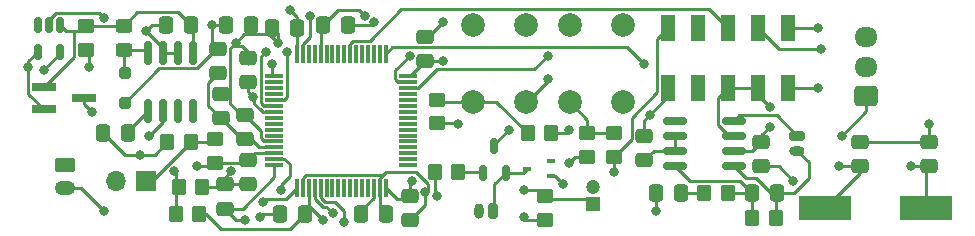
<source format=gtl>
%TF.GenerationSoftware,KiCad,Pcbnew,7.0.7*%
%TF.CreationDate,2024-07-03T20:03:01-05:00*%
%TF.ProjectId,LightsaberDesign,4c696768-7473-4616-9265-724465736967,rev?*%
%TF.SameCoordinates,Original*%
%TF.FileFunction,Copper,L1,Top*%
%TF.FilePolarity,Positive*%
%FSLAX46Y46*%
G04 Gerber Fmt 4.6, Leading zero omitted, Abs format (unit mm)*
G04 Created by KiCad (PCBNEW 7.0.7) date 2024-07-03 20:03:01*
%MOMM*%
%LPD*%
G01*
G04 APERTURE LIST*
G04 Aperture macros list*
%AMRoundRect*
0 Rectangle with rounded corners*
0 $1 Rounding radius*
0 $2 $3 $4 $5 $6 $7 $8 $9 X,Y pos of 4 corners*
0 Add a 4 corners polygon primitive as box body*
4,1,4,$2,$3,$4,$5,$6,$7,$8,$9,$2,$3,0*
0 Add four circle primitives for the rounded corners*
1,1,$1+$1,$2,$3*
1,1,$1+$1,$4,$5*
1,1,$1+$1,$6,$7*
1,1,$1+$1,$8,$9*
0 Add four rect primitives between the rounded corners*
20,1,$1+$1,$2,$3,$4,$5,0*
20,1,$1+$1,$4,$5,$6,$7,0*
20,1,$1+$1,$6,$7,$8,$9,0*
20,1,$1+$1,$8,$9,$2,$3,0*%
G04 Aperture macros list end*
%TA.AperFunction,SMDPad,CuDef*%
%ADD10RoundRect,0.250000X0.475000X-0.337500X0.475000X0.337500X-0.475000X0.337500X-0.475000X-0.337500X0*%
%TD*%
%TA.AperFunction,SMDPad,CuDef*%
%ADD11RoundRect,0.250000X0.337500X0.475000X-0.337500X0.475000X-0.337500X-0.475000X0.337500X-0.475000X0*%
%TD*%
%TA.AperFunction,ComponentPad*%
%ADD12C,2.000000*%
%TD*%
%TA.AperFunction,ComponentPad*%
%ADD13RoundRect,0.200000X-0.450000X0.200000X-0.450000X-0.200000X0.450000X-0.200000X0.450000X0.200000X0*%
%TD*%
%TA.AperFunction,ComponentPad*%
%ADD14O,1.300000X0.800000*%
%TD*%
%TA.AperFunction,SMDPad,CuDef*%
%ADD15RoundRect,0.250000X-0.450000X0.350000X-0.450000X-0.350000X0.450000X-0.350000X0.450000X0.350000X0*%
%TD*%
%TA.AperFunction,SMDPad,CuDef*%
%ADD16RoundRect,0.250000X-0.350000X-0.450000X0.350000X-0.450000X0.350000X0.450000X-0.350000X0.450000X0*%
%TD*%
%TA.AperFunction,SMDPad,CuDef*%
%ADD17RoundRect,0.250000X-0.475000X0.337500X-0.475000X-0.337500X0.475000X-0.337500X0.475000X0.337500X0*%
%TD*%
%TA.AperFunction,SMDPad,CuDef*%
%ADD18RoundRect,0.250000X0.250000X-0.250000X0.250000X0.250000X-0.250000X0.250000X-0.250000X-0.250000X0*%
%TD*%
%TA.AperFunction,SMDPad,CuDef*%
%ADD19RoundRect,0.150000X0.150000X-0.825000X0.150000X0.825000X-0.150000X0.825000X-0.150000X-0.825000X0*%
%TD*%
%TA.AperFunction,SMDPad,CuDef*%
%ADD20RoundRect,0.250000X-0.337500X-0.475000X0.337500X-0.475000X0.337500X0.475000X-0.337500X0.475000X0*%
%TD*%
%TA.AperFunction,SMDPad,CuDef*%
%ADD21RoundRect,0.075000X-0.700000X-0.075000X0.700000X-0.075000X0.700000X0.075000X-0.700000X0.075000X0*%
%TD*%
%TA.AperFunction,SMDPad,CuDef*%
%ADD22RoundRect,0.075000X-0.075000X-0.700000X0.075000X-0.700000X0.075000X0.700000X-0.075000X0.700000X0*%
%TD*%
%TA.AperFunction,SMDPad,CuDef*%
%ADD23RoundRect,0.150000X0.150000X-0.512500X0.150000X0.512500X-0.150000X0.512500X-0.150000X-0.512500X0*%
%TD*%
%TA.AperFunction,ComponentPad*%
%ADD24R,1.200000X1.200000*%
%TD*%
%TA.AperFunction,ComponentPad*%
%ADD25C,1.200000*%
%TD*%
%TA.AperFunction,ComponentPad*%
%ADD26RoundRect,0.200000X0.200000X0.450000X-0.200000X0.450000X-0.200000X-0.450000X0.200000X-0.450000X0*%
%TD*%
%TA.AperFunction,ComponentPad*%
%ADD27O,0.800000X1.300000*%
%TD*%
%TA.AperFunction,SMDPad,CuDef*%
%ADD28RoundRect,0.250000X0.350000X0.450000X-0.350000X0.450000X-0.350000X-0.450000X0.350000X-0.450000X0*%
%TD*%
%TA.AperFunction,SMDPad,CuDef*%
%ADD29RoundRect,0.150000X-0.150000X0.512500X-0.150000X-0.512500X0.150000X-0.512500X0.150000X0.512500X0*%
%TD*%
%TA.AperFunction,SMDPad,CuDef*%
%ADD30R,2.000000X0.650000*%
%TD*%
%TA.AperFunction,ComponentPad*%
%ADD31RoundRect,0.250000X0.725000X-0.600000X0.725000X0.600000X-0.725000X0.600000X-0.725000X-0.600000X0*%
%TD*%
%TA.AperFunction,ComponentPad*%
%ADD32O,1.950000X1.700000*%
%TD*%
%TA.AperFunction,SMDPad,CuDef*%
%ADD33RoundRect,0.250000X-0.450000X0.325000X-0.450000X-0.325000X0.450000X-0.325000X0.450000X0.325000X0*%
%TD*%
%TA.AperFunction,ComponentPad*%
%ADD34R,1.700000X1.700000*%
%TD*%
%TA.AperFunction,ComponentPad*%
%ADD35O,1.700000X1.700000*%
%TD*%
%TA.AperFunction,SMDPad,CuDef*%
%ADD36R,1.270000X2.290000*%
%TD*%
%TA.AperFunction,SMDPad,CuDef*%
%ADD37R,4.500000X2.000000*%
%TD*%
%TA.AperFunction,SMDPad,CuDef*%
%ADD38RoundRect,0.250000X0.450000X-0.350000X0.450000X0.350000X-0.450000X0.350000X-0.450000X-0.350000X0*%
%TD*%
%TA.AperFunction,SMDPad,CuDef*%
%ADD39R,0.700000X0.450000*%
%TD*%
%TA.AperFunction,SMDPad,CuDef*%
%ADD40RoundRect,0.150000X-0.825000X-0.150000X0.825000X-0.150000X0.825000X0.150000X-0.825000X0.150000X0*%
%TD*%
%TA.AperFunction,ComponentPad*%
%ADD41RoundRect,0.250000X-0.625000X0.350000X-0.625000X-0.350000X0.625000X-0.350000X0.625000X0.350000X0*%
%TD*%
%TA.AperFunction,ComponentPad*%
%ADD42O,1.750000X1.200000*%
%TD*%
%TA.AperFunction,ViaPad*%
%ADD43C,0.800000*%
%TD*%
%TA.AperFunction,Conductor*%
%ADD44C,0.250000*%
%TD*%
G04 APERTURE END LIST*
D10*
%TO.P,C7,1*%
%TO.N,Net-(U4-Bypass)*%
X193360000Y-70114500D03*
%TO.P,C7,2*%
%TO.N,GND*%
X193360000Y-68039500D03*
%TD*%
D11*
%TO.P,C14,1*%
%TO.N,+3V8*%
X164613500Y-74676000D03*
%TO.P,C14,2*%
%TO.N,GND*%
X162538500Y-74676000D03*
%TD*%
D12*
%TO.P,SW4,1,1*%
%TO.N,GND*%
X191546000Y-58715000D03*
X191546000Y-65215000D03*
%TO.P,SW4,2,2*%
%TO.N,Net-(R12-Pad2)*%
X187046000Y-58715000D03*
X187046000Y-65215000D03*
%TD*%
D10*
%TO.P,FB1,1*%
%TO.N,VDDA*%
X157226000Y-62759500D03*
%TO.P,FB1,2*%
%TO.N,+3V8*%
X157226000Y-60684500D03*
%TD*%
D13*
%TO.P,LS1,1,1*%
%TO.N,Net-(U4-Vo-)*%
X206314000Y-68081000D03*
D14*
%TO.P,LS1,2,2*%
%TO.N,Net-(U4-Vo+)*%
X206314000Y-69331000D03*
%TD*%
D15*
%TO.P,R14,1*%
%TO.N,Net-(R12-Pad2)*%
X190820000Y-67818000D03*
%TO.P,R14,2*%
%TO.N,/NRST*%
X190820000Y-69818000D03*
%TD*%
D16*
%TO.P,R3,1*%
%TO.N,/Motor*%
X175612000Y-71109000D03*
%TO.P,R3,2*%
%TO.N,Net-(Q3-G)*%
X177612000Y-71109000D03*
%TD*%
D10*
%TO.P,C20,1*%
%TO.N,VDDA*%
X159512000Y-68347500D03*
%TO.P,C20,2*%
%TO.N,GND*%
X159512000Y-66272500D03*
%TD*%
D16*
%TO.P,R10,1*%
%TO.N,Net-(C5-Pad2)*%
X198456000Y-72887000D03*
%TO.P,R10,2*%
%TO.N,Net-(U4-In-)*%
X200456000Y-72887000D03*
%TD*%
D17*
%TO.P,C4,1*%
%TO.N,/Switch*%
X159832000Y-70071500D03*
%TO.P,C4,2*%
%TO.N,GND*%
X159832000Y-72146500D03*
%TD*%
D18*
%TO.P,D4,1,K*%
%TO.N,+3V8*%
X149352000Y-65258000D03*
%TO.P,D4,2,A*%
%TO.N,Net-(D4-A)*%
X149352000Y-62758000D03*
%TD*%
D17*
%TO.P,C13,1*%
%TO.N,+3V8*%
X173482000Y-73152000D03*
%TO.P,C13,2*%
%TO.N,GND*%
X173482000Y-75227000D03*
%TD*%
D10*
%TO.P,C17,1*%
%TO.N,Net-(U2-PH1)*%
X217424000Y-70655000D03*
%TO.P,C17,2*%
%TO.N,GND*%
X217424000Y-68580000D03*
%TD*%
D19*
%TO.P,U1,1,VC*%
%TO.N,Net-(U1-VC)*%
X151323000Y-65964000D03*
%TO.P,U1,2,FB*%
%TO.N,Net-(U1-FB)*%
X152593000Y-65964000D03*
%TO.P,U1,3,NFB*%
%TO.N,unconnected-(U1-NFB-Pad3)*%
X153863000Y-65964000D03*
%TO.P,U1,4,S/S*%
%TO.N,unconnected-(U1-S{slash}S-Pad4)*%
X155133000Y-65964000D03*
%TO.P,U1,5,Vin*%
%TO.N,+3V0*%
X155133000Y-61014000D03*
%TO.P,U1,6,GNDS*%
%TO.N,GND*%
X153863000Y-61014000D03*
%TO.P,U1,7,GND*%
X152593000Y-61014000D03*
%TO.P,U1,8,VSW*%
%TO.N,Net-(D4-A)*%
X151323000Y-61014000D03*
%TD*%
D20*
%TO.P,C11,1*%
%TO.N,Net-(U2-VCAP_1)*%
X169396500Y-74676000D03*
%TO.P,C11,2*%
%TO.N,GND*%
X171471500Y-74676000D03*
%TD*%
D16*
%TO.P,R9,1*%
%TO.N,Net-(U4-In-)*%
X202520000Y-75046000D03*
%TO.P,R9,2*%
%TO.N,Net-(U4-Vo+)*%
X204520000Y-75046000D03*
%TD*%
D21*
%TO.P,U2,1,VBAT*%
%TO.N,+3V8*%
X162031000Y-63041000D03*
%TO.P,U2,2,PC13*%
%TO.N,unconnected-(U2-PC13-Pad2)*%
X162031000Y-63541000D03*
%TO.P,U2,3,PC14*%
%TO.N,unconnected-(U2-PC14-Pad3)*%
X162031000Y-64041000D03*
%TO.P,U2,4,PC15*%
%TO.N,unconnected-(U2-PC15-Pad4)*%
X162031000Y-64541000D03*
%TO.P,U2,5,PH0*%
%TO.N,Net-(U2-PH0)*%
X162031000Y-65041000D03*
%TO.P,U2,6,PH1*%
%TO.N,Net-(U2-PH1)*%
X162031000Y-65541000D03*
%TO.P,U2,7,NRST*%
%TO.N,/NRST*%
X162031000Y-66041000D03*
%TO.P,U2,8,PC0*%
%TO.N,unconnected-(U2-PC0-Pad8)*%
X162031000Y-66541000D03*
%TO.P,U2,9,PC1*%
%TO.N,unconnected-(U2-PC1-Pad9)*%
X162031000Y-67041000D03*
%TO.P,U2,10,PC2*%
%TO.N,unconnected-(U2-PC2-Pad10)*%
X162031000Y-67541000D03*
%TO.P,U2,11,PC3*%
%TO.N,unconnected-(U2-PC3-Pad11)*%
X162031000Y-68041000D03*
%TO.P,U2,12,VSSA*%
%TO.N,GND*%
X162031000Y-68541000D03*
%TO.P,U2,13,VDDA*%
%TO.N,VDDA*%
X162031000Y-69041000D03*
%TO.P,U2,14,PA0*%
%TO.N,/Switch*%
X162031000Y-69541000D03*
%TO.P,U2,15,PA1*%
%TO.N,/Shake*%
X162031000Y-70041000D03*
%TO.P,U2,16,PA2*%
%TO.N,/on_off_switch*%
X162031000Y-70541000D03*
D22*
%TO.P,U2,17,PA3*%
%TO.N,/Motor*%
X163956000Y-72466000D03*
%TO.P,U2,18,VSS*%
%TO.N,GND*%
X164456000Y-72466000D03*
%TO.P,U2,19,VDD*%
%TO.N,+3V8*%
X164956000Y-72466000D03*
%TO.P,U2,20,PA4*%
%TO.N,/Speaker*%
X165456000Y-72466000D03*
%TO.P,U2,21,PA5*%
%TO.N,/LED*%
X165956000Y-72466000D03*
%TO.P,U2,22,PA6*%
%TO.N,unconnected-(U2-PA6-Pad22)*%
X166456000Y-72466000D03*
%TO.P,U2,23,PA7*%
%TO.N,unconnected-(U2-PA7-Pad23)*%
X166956000Y-72466000D03*
%TO.P,U2,24,PC4*%
%TO.N,unconnected-(U2-PC4-Pad24)*%
X167456000Y-72466000D03*
%TO.P,U2,25,PC5*%
%TO.N,unconnected-(U2-PC5-Pad25)*%
X167956000Y-72466000D03*
%TO.P,U2,26,PB0*%
%TO.N,unconnected-(U2-PB0-Pad26)*%
X168456000Y-72466000D03*
%TO.P,U2,27,PB1*%
%TO.N,unconnected-(U2-PB1-Pad27)*%
X168956000Y-72466000D03*
%TO.P,U2,28,PB2*%
%TO.N,unconnected-(U2-PB2-Pad28)*%
X169456000Y-72466000D03*
%TO.P,U2,29,PB10*%
%TO.N,unconnected-(U2-PB10-Pad29)*%
X169956000Y-72466000D03*
%TO.P,U2,30,VCAP_1*%
%TO.N,Net-(U2-VCAP_1)*%
X170456000Y-72466000D03*
%TO.P,U2,31,VSS*%
%TO.N,GND*%
X170956000Y-72466000D03*
%TO.P,U2,32,VDD*%
%TO.N,+3V8*%
X171456000Y-72466000D03*
D21*
%TO.P,U2,33,PB12*%
%TO.N,unconnected-(U2-PB12-Pad33)*%
X173381000Y-70541000D03*
%TO.P,U2,34,PB13*%
%TO.N,unconnected-(U2-PB13-Pad34)*%
X173381000Y-70041000D03*
%TO.P,U2,35,PB14*%
%TO.N,unconnected-(U2-PB14-Pad35)*%
X173381000Y-69541000D03*
%TO.P,U2,36,PB15*%
%TO.N,unconnected-(U2-PB15-Pad36)*%
X173381000Y-69041000D03*
%TO.P,U2,37,PC6*%
%TO.N,unconnected-(U2-PC6-Pad37)*%
X173381000Y-68541000D03*
%TO.P,U2,38,PC7*%
%TO.N,unconnected-(U2-PC7-Pad38)*%
X173381000Y-68041000D03*
%TO.P,U2,39,PC8*%
%TO.N,unconnected-(U2-PC8-Pad39)*%
X173381000Y-67541000D03*
%TO.P,U2,40,PC9*%
%TO.N,unconnected-(U2-PC9-Pad40)*%
X173381000Y-67041000D03*
%TO.P,U2,41,PA8*%
%TO.N,unconnected-(U2-PA8-Pad41)*%
X173381000Y-66541000D03*
%TO.P,U2,42,PA9*%
%TO.N,unconnected-(U2-PA9-Pad42)*%
X173381000Y-66041000D03*
%TO.P,U2,43,PA10*%
%TO.N,unconnected-(U2-PA10-Pad43)*%
X173381000Y-65541000D03*
%TO.P,U2,44,PA11*%
%TO.N,unconnected-(U2-PA11-Pad44)*%
X173381000Y-65041000D03*
%TO.P,U2,45,PA12*%
%TO.N,unconnected-(U2-PA12-Pad45)*%
X173381000Y-64541000D03*
%TO.P,U2,46,PA13*%
%TO.N,/SWDIO*%
X173381000Y-64041000D03*
%TO.P,U2,47,VSS*%
%TO.N,GND*%
X173381000Y-63541000D03*
%TO.P,U2,48,VDD*%
%TO.N,+3V8*%
X173381000Y-63041000D03*
D22*
%TO.P,U2,49,PA14*%
%TO.N,/SWCLK*%
X171456000Y-61116000D03*
%TO.P,U2,50,PA15*%
%TO.N,unconnected-(U2-PA15-Pad50)*%
X170956000Y-61116000D03*
%TO.P,U2,51,PC10*%
%TO.N,unconnected-(U2-PC10-Pad51)*%
X170456000Y-61116000D03*
%TO.P,U2,52,PC11*%
%TO.N,unconnected-(U2-PC11-Pad52)*%
X169956000Y-61116000D03*
%TO.P,U2,53,PC12*%
%TO.N,unconnected-(U2-PC12-Pad53)*%
X169456000Y-61116000D03*
%TO.P,U2,54,PD2*%
%TO.N,unconnected-(U2-PD2-Pad54)*%
X168956000Y-61116000D03*
%TO.P,U2,55,PB3*%
%TO.N,/SWO*%
X168456000Y-61116000D03*
%TO.P,U2,56,PB4*%
%TO.N,unconnected-(U2-PB4-Pad56)*%
X167956000Y-61116000D03*
%TO.P,U2,57,PB5*%
%TO.N,unconnected-(U2-PB5-Pad57)*%
X167456000Y-61116000D03*
%TO.P,U2,58,PB6*%
%TO.N,unconnected-(U2-PB6-Pad58)*%
X166956000Y-61116000D03*
%TO.P,U2,59,PB7*%
%TO.N,unconnected-(U2-PB7-Pad59)*%
X166456000Y-61116000D03*
%TO.P,U2,60,BOOT0*%
%TO.N,/boot0*%
X165956000Y-61116000D03*
%TO.P,U2,61,PB8*%
%TO.N,unconnected-(U2-PB8-Pad61)*%
X165456000Y-61116000D03*
%TO.P,U2,62,PB9*%
%TO.N,unconnected-(U2-PB9-Pad62)*%
X164956000Y-61116000D03*
%TO.P,U2,63,VSS*%
%TO.N,GND*%
X164456000Y-61116000D03*
%TO.P,U2,64,VDD*%
%TO.N,+3V8*%
X163956000Y-61116000D03*
%TD*%
D15*
%TO.P,R13,1*%
%TO.N,Net-(R13-Pad1)*%
X175834000Y-65013000D03*
%TO.P,R13,2*%
%TO.N,/boot0*%
X175834000Y-67013000D03*
%TD*%
D23*
%TO.P,Q3,1,G*%
%TO.N,Net-(Q3-G)*%
X179710000Y-71230500D03*
%TO.P,Q3,2,S*%
%TO.N,Net-(D5-K)*%
X181610000Y-71230500D03*
%TO.P,Q3,3,D*%
%TO.N,+3V8*%
X180660000Y-68955500D03*
%TD*%
D24*
%TO.P,SW2,1*%
%TO.N,/Shake*%
X188976000Y-73874600D03*
D25*
%TO.P,SW2,2*%
%TO.N,+3V8*%
X188976000Y-72374600D03*
%TD*%
D16*
%TO.P,R6,1*%
%TO.N,Net-(U1-FB)*%
X153940000Y-72390000D03*
%TO.P,R6,2*%
%TO.N,GND*%
X155940000Y-72390000D03*
%TD*%
D12*
%TO.P,SW3,1,1*%
%TO.N,Net-(R13-Pad1)*%
X178816000Y-65163000D03*
X178816000Y-58663000D03*
%TO.P,SW3,2,2*%
%TO.N,+3V8*%
X183316000Y-65163000D03*
X183316000Y-58663000D03*
%TD*%
D20*
%TO.P,C9,1*%
%TO.N,/boot0*%
X166160500Y-58663000D03*
%TO.P,C9,2*%
%TO.N,GND*%
X168235500Y-58663000D03*
%TD*%
D10*
%TO.P,C18,1*%
%TO.N,Net-(U2-PH0)*%
X211582000Y-70633500D03*
%TO.P,C18,2*%
%TO.N,GND*%
X211582000Y-68558500D03*
%TD*%
D15*
%TO.P,R8,1*%
%TO.N,Net-(R7-Pad1)*%
X157038000Y-68331000D03*
%TO.P,R8,2*%
%TO.N,/Switch*%
X157038000Y-70331000D03*
%TD*%
D26*
%TO.P,M1,1,+*%
%TO.N,Net-(D5-K)*%
X180574000Y-74422000D03*
D27*
%TO.P,M1,2,-*%
%TO.N,GND*%
X179324000Y-74422000D03*
%TD*%
D28*
%TO.P,R5,1*%
%TO.N,+3V8*%
X155686000Y-74665000D03*
%TO.P,R5,2*%
%TO.N,Net-(U1-FB)*%
X153686000Y-74665000D03*
%TD*%
D29*
%TO.P,U3,1,OUT*%
%TO.N,+3V0*%
X143891000Y-58668500D03*
%TO.P,U3,2,GND*%
%TO.N,GND*%
X142941000Y-58668500D03*
%TO.P,U3,3,~{FLG}*%
%TO.N,unconnected-(U3-~{FLG}-Pad3)*%
X141991000Y-58668500D03*
%TO.P,U3,4,EN*%
%TO.N,/on_off_switch*%
X141991000Y-60943500D03*
%TO.P,U3,5,IN*%
%TO.N,VDD*%
X143891000Y-60943500D03*
%TD*%
D10*
%TO.P,C12,1*%
%TO.N,+3V8*%
X174818000Y-61732500D03*
%TO.P,C12,2*%
%TO.N,GND*%
X174818000Y-59657500D03*
%TD*%
D17*
%TO.P,C6,1*%
%TO.N,+3V8*%
X203266000Y-68547500D03*
%TO.P,C6,2*%
%TO.N,GND*%
X203266000Y-70622500D03*
%TD*%
D30*
%TO.P,Q1,1,G*%
%TO.N,+3V0*%
X142501000Y-63936000D03*
%TO.P,Q1,2,S*%
%TO.N,/on_off_switch*%
X142501000Y-65836000D03*
%TO.P,Q1,3,D*%
%TO.N,/Switch*%
X145921000Y-64886000D03*
%TD*%
D28*
%TO.P,R7,1*%
%TO.N,Net-(R7-Pad1)*%
X154974000Y-68569000D03*
%TO.P,R7,2*%
%TO.N,GND*%
X152974000Y-68569000D03*
%TD*%
D15*
%TO.P,R11,1*%
%TO.N,/Shake*%
X184978000Y-73173000D03*
%TO.P,R11,2*%
%TO.N,GND*%
X184978000Y-75173000D03*
%TD*%
D31*
%TO.P,D1,1,LED*%
%TO.N,/LED*%
X212139000Y-64730000D03*
D32*
%TO.P,D1,2,VDD*%
%TO.N,+3V8*%
X212139000Y-62230000D03*
%TO.P,D1,3,GND*%
%TO.N,GND*%
X212139000Y-59730000D03*
%TD*%
D33*
%TO.P,L1,1,1*%
%TO.N,+3V0*%
X149291000Y-58781000D03*
%TO.P,L1,2,2*%
%TO.N,Net-(D4-A)*%
X149291000Y-60831000D03*
%TD*%
D10*
%TO.P,C1,1*%
%TO.N,/on_off_switch*%
X157828637Y-74260740D03*
%TO.P,C1,2*%
%TO.N,GND*%
X157828637Y-72185740D03*
%TD*%
D34*
%TO.P,SW1,1,1*%
%TO.N,Net-(R7-Pad1)*%
X151201000Y-71871000D03*
D35*
%TO.P,SW1,2,2*%
%TO.N,VDD*%
X148661000Y-71871000D03*
%TD*%
D36*
%TO.P,J1,1,VTref*%
%TO.N,+3V8*%
X205552000Y-63997000D03*
%TO.P,J1,2,SWDIO/TMS*%
%TO.N,/SWDIO*%
X205552000Y-58947000D03*
%TO.P,J1,3,GND*%
%TO.N,GND*%
X203012000Y-63997000D03*
%TO.P,J1,4,SWDCLK/TCK*%
%TO.N,/SWCLK*%
X203012000Y-58947000D03*
%TO.P,J1,5,GND*%
%TO.N,GND*%
X200472000Y-63997000D03*
%TO.P,J1,6,SWO/TDO*%
%TO.N,/SWO*%
X200472000Y-58947000D03*
%TO.P,J1,7,KEY*%
%TO.N,unconnected-(J1-KEY-Pad7)*%
X197932000Y-63997000D03*
%TO.P,J1,8,NC/TDI*%
%TO.N,unconnected-(J1-NC{slash}TDI-Pad8)*%
X197932000Y-58947000D03*
%TO.P,J1,9,GNDDetect*%
%TO.N,GND*%
X195392000Y-63997000D03*
%TO.P,J1,10,~{RESET}*%
%TO.N,/NRST*%
X195392000Y-58947000D03*
%TD*%
D16*
%TO.P,R2,1*%
%TO.N,Net-(R13-Pad1)*%
X183486000Y-67807000D03*
%TO.P,R2,2*%
%TO.N,GND*%
X185486000Y-67807000D03*
%TD*%
D17*
%TO.P,C10,1*%
%TO.N,GND*%
X159766000Y-61446500D03*
%TO.P,C10,2*%
%TO.N,/NRST*%
X159766000Y-63521500D03*
%TD*%
D11*
%TO.P,C15,1*%
%TO.N,+3V8*%
X163917500Y-58917000D03*
%TO.P,C15,2*%
%TO.N,GND*%
X161842500Y-58917000D03*
%TD*%
D37*
%TO.P,Y1,1,1*%
%TO.N,Net-(U2-PH0)*%
X208670000Y-74168000D03*
%TO.P,Y1,2,2*%
%TO.N,Net-(U2-PH1)*%
X217170000Y-74168000D03*
%TD*%
D11*
%TO.P,C8,1*%
%TO.N,Net-(U4-Vo+)*%
X204557500Y-72887000D03*
%TO.P,C8,2*%
%TO.N,Net-(U4-In-)*%
X202482500Y-72887000D03*
%TD*%
D20*
%TO.P,C5,1*%
%TO.N,/Speaker*%
X194354500Y-72887000D03*
%TO.P,C5,2*%
%TO.N,Net-(C5-Pad2)*%
X196429500Y-72887000D03*
%TD*%
D38*
%TO.P,R12,1*%
%TO.N,+3V8*%
X188534000Y-69818000D03*
%TO.P,R12,2*%
%TO.N,Net-(R12-Pad2)*%
X188534000Y-67818000D03*
%TD*%
D11*
%TO.P,C3,1*%
%TO.N,Net-(U1-VC)*%
X149606000Y-67818000D03*
%TO.P,C3,2*%
%TO.N,GND*%
X147531000Y-67818000D03*
%TD*%
D39*
%TO.P,D5,1,A*%
%TO.N,GND*%
X185470000Y-71505000D03*
%TO.P,D5,2,NC*%
%TO.N,unconnected-(D5-NC-Pad2)*%
X185470000Y-70205000D03*
%TO.P,D5,3,K*%
%TO.N,Net-(D5-K)*%
X183470000Y-70855000D03*
%TD*%
D10*
%TO.P,C19,1*%
%TO.N,VDDA*%
X157480000Y-66569500D03*
%TO.P,C19,2*%
%TO.N,GND*%
X157480000Y-64494500D03*
%TD*%
D15*
%TO.P,R1,1*%
%TO.N,+3V0*%
X146116000Y-58806000D03*
%TO.P,R1,2*%
%TO.N,/on_off_switch*%
X146116000Y-60806000D03*
%TD*%
D11*
%TO.P,C2,1*%
%TO.N,+3V0*%
X154961500Y-58674000D03*
%TO.P,C2,2*%
%TO.N,GND*%
X152886500Y-58674000D03*
%TD*%
D40*
%TO.P,U4,1,Shutdown*%
%TO.N,unconnected-(U4-Shutdown-Pad1)*%
X195965000Y-66791000D03*
%TO.P,U4,2,Bypass*%
%TO.N,Net-(U4-Bypass)*%
X195965000Y-68061000D03*
%TO.P,U4,3,In+*%
X195965000Y-69331000D03*
%TO.P,U4,4,In-*%
%TO.N,Net-(U4-In-)*%
X195965000Y-70601000D03*
%TO.P,U4,5,Vo+*%
%TO.N,Net-(U4-Vo+)*%
X200915000Y-70601000D03*
%TO.P,U4,6,Vdd*%
%TO.N,+3V8*%
X200915000Y-69331000D03*
%TO.P,U4,7,Gnd*%
%TO.N,GND*%
X200915000Y-68061000D03*
%TO.P,U4,8,Vo-*%
%TO.N,Net-(U4-Vo-)*%
X200915000Y-66791000D03*
%TD*%
D20*
%TO.P,C21,1*%
%TO.N,+3V8*%
X157945000Y-58674000D03*
%TO.P,C21,2*%
%TO.N,GND*%
X160020000Y-58674000D03*
%TD*%
D41*
%TO.P,BT1,1,+*%
%TO.N,VDD*%
X144272000Y-70506000D03*
D42*
%TO.P,BT1,2,-*%
%TO.N,GND*%
X144272000Y-72506000D03*
%TD*%
D43*
%TO.N,/LED*%
X210058000Y-68072000D03*
X167894000Y-75362777D03*
%TO.N,GND*%
X186944000Y-67564000D03*
X158406617Y-71055500D03*
X162306000Y-60198000D03*
X147574000Y-74422000D03*
X217424000Y-67056000D03*
X173482000Y-61294500D03*
X160782000Y-74930000D03*
X204008210Y-65606500D03*
X193802000Y-66294000D03*
X176276000Y-58420000D03*
X183134000Y-74967500D03*
X205989701Y-71877701D03*
X170503636Y-58466424D03*
X147574000Y-58081500D03*
X150622000Y-69650500D03*
X158750000Y-60198000D03*
X186436000Y-72136000D03*
X151130000Y-59182000D03*
X165029361Y-57885034D03*
X174810321Y-72860500D03*
%TO.N,Net-(U2-PH1)*%
X215900000Y-70612000D03*
X161290000Y-60960000D03*
%TO.N,Net-(U2-PH0)*%
X209804000Y-70612000D03*
X163068000Y-60960000D03*
%TO.N,+3V8*%
X156718000Y-58674000D03*
X186944000Y-70358000D03*
X208026000Y-64008000D03*
X181864000Y-67564000D03*
X173698009Y-71902088D03*
X203962000Y-67310000D03*
X166116000Y-75184000D03*
X163322000Y-57404000D03*
X185166000Y-63246000D03*
X176276000Y-61722000D03*
X161798000Y-61976000D03*
%TO.N,/on_off_switch*%
X141176000Y-62230000D03*
X159512000Y-75221500D03*
X146304000Y-62230000D03*
%TO.N,/Motor*%
X161036000Y-73660000D03*
X175768000Y-73152000D03*
%TO.N,/Speaker*%
X166963844Y-74638500D03*
X194310000Y-74422000D03*
%TO.N,/Switch*%
X146558000Y-66040000D03*
X155448000Y-70612000D03*
%TO.N,Net-(U1-FB)*%
X153558800Y-71008800D03*
X151384000Y-68072000D03*
%TO.N,/boot0*%
X177546000Y-67056000D03*
X169672000Y-57912000D03*
%TO.N,/NRST*%
X160206500Y-64770000D03*
X190754000Y-71120000D03*
%TO.N,/Shake*%
X162560000Y-72666113D03*
X183134000Y-72644000D03*
%TO.N,/SWDIO*%
X185166000Y-61294500D03*
X208026000Y-58928000D03*
%TO.N,/SWCLK*%
X208280000Y-60706000D03*
X193294000Y-61976000D03*
%TO.N,VDD*%
X142494000Y-62484000D03*
%TD*%
D44*
%TO.N,Net-(U4-Vo-)*%
X200915000Y-66791000D02*
X201375000Y-66331000D01*
X204564000Y-66331000D02*
X206314000Y-68081000D01*
X201375000Y-66331000D02*
X204564000Y-66331000D01*
%TO.N,Net-(U4-Vo+)*%
X204557500Y-72887000D02*
X206005000Y-72887000D01*
X201942000Y-71628000D02*
X200915000Y-70601000D01*
X204520000Y-72924500D02*
X204557500Y-72887000D01*
X207264000Y-71628000D02*
X207264000Y-70281000D01*
X207264000Y-70281000D02*
X206314000Y-69331000D01*
X204520000Y-75046000D02*
X204520000Y-72924500D01*
X202849173Y-71628000D02*
X201942000Y-71628000D01*
X204108173Y-72887000D02*
X202849173Y-71628000D01*
X204557500Y-72887000D02*
X204108173Y-72887000D01*
X206005000Y-72887000D02*
X207264000Y-71628000D01*
%TO.N,/LED*%
X167132000Y-73660000D02*
X166309315Y-73660000D01*
X165956000Y-73306685D02*
X165956000Y-72466000D01*
X167894000Y-74422000D02*
X167132000Y-73660000D01*
X210058000Y-68072000D02*
X212139000Y-65991000D01*
X166309315Y-73660000D02*
X165956000Y-73306685D01*
X212139000Y-65991000D02*
X212139000Y-64973000D01*
X167894000Y-75362777D02*
X167894000Y-74422000D01*
%TO.N,GND*%
X164456000Y-71625315D02*
X164715315Y-71366000D01*
X151638000Y-58674000D02*
X151130000Y-59182000D01*
X160931000Y-67691500D02*
X160931000Y-68281685D01*
X203012000Y-63997000D02*
X203012000Y-64610290D01*
X145658000Y-72506000D02*
X147574000Y-74422000D01*
X142941000Y-58284249D02*
X142941000Y-58668500D01*
X193360000Y-66736000D02*
X193802000Y-66294000D01*
X183339500Y-75173000D02*
X184978000Y-75173000D01*
X186701000Y-67807000D02*
X186944000Y-67564000D01*
X204734500Y-70622500D02*
X203266000Y-70622500D01*
X152593000Y-60637249D02*
X152593000Y-61014000D01*
X152593000Y-61014000D02*
X153863000Y-61014000D01*
X185805000Y-71505000D02*
X186436000Y-72136000D01*
X150622000Y-69650500D02*
X151892500Y-69650500D01*
X162306000Y-60198000D02*
X162306000Y-59380500D01*
X165029361Y-59701954D02*
X165029361Y-57885034D01*
X193360000Y-68039500D02*
X193360000Y-66736000D01*
X170956000Y-71625315D02*
X171215315Y-71366000D01*
X183134000Y-74967500D02*
X183339500Y-75173000D01*
X193802000Y-66294000D02*
X195392000Y-64704000D01*
X199615000Y-64854000D02*
X200472000Y-63997000D01*
X159475000Y-59473000D02*
X158750000Y-60198000D01*
X175023827Y-72134000D02*
X174009827Y-71120000D01*
X151130000Y-59182000D02*
X151137751Y-59182000D01*
X199615000Y-67137751D02*
X199615000Y-64854000D01*
X170307060Y-58663000D02*
X170503636Y-58466424D01*
X174818000Y-59657500D02*
X175038500Y-59657500D01*
X161581000Y-59473000D02*
X159475000Y-59473000D01*
X158276000Y-64262000D02*
X158276000Y-65290500D01*
X200915000Y-68061000D02*
X200538249Y-68061000D01*
X158406617Y-71055500D02*
X157083117Y-72379000D01*
X185486000Y-67807000D02*
X186701000Y-67807000D01*
X157083117Y-72379000D02*
X156260000Y-72379000D01*
X159258000Y-60452000D02*
X158496000Y-60452000D01*
X170956000Y-72466000D02*
X170956000Y-71625315D01*
X174810321Y-73898679D02*
X173228000Y-75481000D01*
X159792760Y-72185740D02*
X159832000Y-72146500D01*
X217424000Y-68580000D02*
X217424000Y-67056000D01*
X164715315Y-71366000D02*
X171215315Y-71366000D01*
X171461315Y-71120000D02*
X171215315Y-71366000D01*
X161036000Y-74676000D02*
X162538500Y-74676000D01*
X200915000Y-68061000D02*
X201291751Y-68061000D01*
X147574000Y-58081500D02*
X147173500Y-57681000D01*
X174810321Y-72860500D02*
X174810321Y-73898679D01*
X172281000Y-63281685D02*
X172540315Y-63541000D01*
X158276000Y-60672000D02*
X158276000Y-64262000D01*
X159766000Y-61954500D02*
X159766000Y-60960000D01*
X171196000Y-74676000D02*
X170956000Y-74436000D01*
X160931000Y-68281685D02*
X161190315Y-68541000D01*
X195392000Y-64704000D02*
X195392000Y-63997000D01*
X173482000Y-61294500D02*
X172281000Y-62495500D01*
X159512000Y-66272500D02*
X160931000Y-67691500D01*
X157480000Y-64494500D02*
X158043500Y-64494500D01*
X150622000Y-69650500D02*
X149363500Y-69650500D01*
X205989701Y-71877701D02*
X204734500Y-70622500D01*
X162306000Y-60198000D02*
X161581000Y-59473000D01*
X200538249Y-68061000D02*
X199615000Y-67137751D01*
X217424000Y-68580000D02*
X211603500Y-68580000D01*
X172540315Y-63541000D02*
X173381000Y-63541000D01*
X158750000Y-60198000D02*
X158276000Y-60672000D01*
X203012000Y-64610290D02*
X204008210Y-65606500D01*
X147173500Y-57681000D02*
X143544249Y-57681000D01*
X157828637Y-72185740D02*
X159792760Y-72185740D01*
X175043000Y-72134000D02*
X175023827Y-72134000D01*
X159766000Y-60960000D02*
X159258000Y-60452000D01*
X175038500Y-59657500D02*
X176276000Y-58420000D01*
X164456000Y-61116000D02*
X164456000Y-60275315D01*
X152886500Y-58674000D02*
X151638000Y-58674000D01*
X161190315Y-68541000D02*
X162031000Y-68541000D01*
X151892500Y-69650500D02*
X152974000Y-68569000D01*
X158276000Y-65290500D02*
X158993000Y-66007500D01*
X185470000Y-71505000D02*
X185805000Y-71505000D01*
X175043000Y-72627821D02*
X175043000Y-72134000D01*
X160782000Y-74930000D02*
X161036000Y-74676000D01*
X164456000Y-72466000D02*
X164456000Y-71625315D01*
X172281000Y-62495500D02*
X172281000Y-63281685D01*
X162306000Y-59380500D02*
X161842500Y-58917000D01*
X158993000Y-66007500D02*
X159832000Y-66007500D01*
X143544249Y-57681000D02*
X142941000Y-58284249D01*
X149363500Y-69650500D02*
X147531000Y-67818000D01*
X211603500Y-68580000D02*
X211582000Y-68558500D01*
X170956000Y-74436000D02*
X170956000Y-72466000D01*
X151137751Y-59182000D02*
X152593000Y-60637249D01*
X144211000Y-72506000D02*
X145658000Y-72506000D01*
X174810321Y-72860500D02*
X175043000Y-72627821D01*
X200472000Y-63997000D02*
X203012000Y-63997000D01*
X164456000Y-60275315D02*
X165029361Y-59701954D01*
X174009827Y-71120000D02*
X171461315Y-71120000D01*
X158043500Y-64494500D02*
X158276000Y-64262000D01*
X168235500Y-58663000D02*
X170307060Y-58663000D01*
%TO.N,Net-(U2-PH1)*%
X162031000Y-65541000D02*
X161190315Y-65541000D01*
X217170000Y-70909000D02*
X217170000Y-74168000D01*
X217424000Y-70655000D02*
X217170000Y-70909000D01*
X160931000Y-65281685D02*
X160931000Y-61319000D01*
X161190315Y-65541000D02*
X160931000Y-65281685D01*
X160931000Y-61319000D02*
X161290000Y-60960000D01*
X215943000Y-70655000D02*
X215900000Y-70612000D01*
X217424000Y-70655000D02*
X215943000Y-70655000D01*
%TO.N,Net-(Q3-G)*%
X177612000Y-71109000D02*
X179588500Y-71109000D01*
X179588500Y-71109000D02*
X179710000Y-71230500D01*
%TO.N,Net-(U2-PH0)*%
X162871685Y-65041000D02*
X162031000Y-65041000D01*
X211582000Y-71256000D02*
X208670000Y-74168000D01*
X209825500Y-70633500D02*
X209804000Y-70612000D01*
X211582000Y-70633500D02*
X211582000Y-71256000D01*
X163131000Y-61023000D02*
X163131000Y-64781685D01*
X163131000Y-64781685D02*
X162871685Y-65041000D01*
X211582000Y-70633500D02*
X209825500Y-70633500D01*
X163068000Y-60960000D02*
X163131000Y-61023000D01*
%TO.N,+3V8*%
X166116000Y-75184000D02*
X164956000Y-74024000D01*
X203266000Y-68006000D02*
X203266000Y-68547500D01*
X176265500Y-61732500D02*
X176276000Y-61722000D01*
X203266000Y-68547500D02*
X202482500Y-69331000D01*
X173698009Y-71902088D02*
X173482000Y-72118097D01*
X156718000Y-58674000D02*
X157945000Y-58674000D01*
X163343500Y-75946000D02*
X164613500Y-74676000D01*
X173482000Y-72118097D02*
X173482000Y-73152000D01*
X163956000Y-61116000D02*
X163956000Y-58955500D01*
X185166000Y-63246000D02*
X185166000Y-63415000D01*
X152296000Y-62314000D02*
X149352000Y-65258000D01*
X163917500Y-57999500D02*
X163322000Y-57404000D01*
X157541000Y-75946000D02*
X156260000Y-74665000D01*
X163917500Y-58917000D02*
X163917500Y-57999500D01*
X202482500Y-69331000D02*
X200915000Y-69331000D01*
X155479751Y-62314000D02*
X152296000Y-62314000D01*
X188534000Y-69818000D02*
X187484000Y-69818000D01*
X181864000Y-67564000D02*
X180660000Y-68768000D01*
X180660000Y-68768000D02*
X180660000Y-68955500D01*
X157204500Y-60589251D02*
X155479751Y-62314000D01*
X163956000Y-58955500D02*
X163917500Y-58917000D01*
X161798000Y-62808000D02*
X162031000Y-63041000D01*
X185166000Y-63415000D02*
X183418000Y-65163000D01*
X208015000Y-63997000D02*
X208026000Y-64008000D01*
X205552000Y-63997000D02*
X208015000Y-63997000D01*
X172396000Y-73406000D02*
X171456000Y-72466000D01*
X164956000Y-74024000D02*
X164956000Y-72466000D01*
X156718000Y-58674000D02*
X156718000Y-60684500D01*
X173509500Y-63041000D02*
X174818000Y-61732500D01*
X157541000Y-75946000D02*
X163343500Y-75946000D01*
X161798000Y-61976000D02*
X161798000Y-62808000D01*
X187484000Y-69818000D02*
X186944000Y-70358000D01*
X173381000Y-63041000D02*
X173509500Y-63041000D01*
X174818000Y-61732500D02*
X176265500Y-61732500D01*
X173228000Y-73406000D02*
X172396000Y-73406000D01*
X203962000Y-67310000D02*
X203266000Y-68006000D01*
%TO.N,+3V0*%
X155151000Y-60996000D02*
X155133000Y-61014000D01*
X145034000Y-61403000D02*
X145034000Y-59182000D01*
X155044000Y-58781000D02*
X155151000Y-58674000D01*
X146116000Y-58806000D02*
X149266000Y-58806000D01*
X155151000Y-58674000D02*
X155151000Y-60996000D01*
X153911500Y-57624000D02*
X154961500Y-58674000D01*
X149266000Y-58806000D02*
X149291000Y-58781000D01*
X142501000Y-63936000D02*
X145034000Y-61403000D01*
X145034000Y-59182000D02*
X145740000Y-59182000D01*
X146116000Y-58806000D02*
X145740000Y-59182000D01*
X149291000Y-58781000D02*
X150448000Y-57624000D01*
X150448000Y-57624000D02*
X153911500Y-57624000D01*
X145740000Y-59182000D02*
X144404500Y-59182000D01*
X144404500Y-59182000D02*
X143891000Y-58668500D01*
%TO.N,/on_off_switch*%
X146304000Y-62230000D02*
X146304000Y-60994000D01*
X159512000Y-75221500D02*
X158789397Y-75221500D01*
X141176000Y-64511000D02*
X142501000Y-65836000D01*
X162031000Y-71573173D02*
X162031000Y-70541000D01*
X141991000Y-60943500D02*
X141176000Y-61758500D01*
X157828637Y-74260740D02*
X159343433Y-74260740D01*
X158789397Y-75221500D02*
X157828637Y-74260740D01*
X146304000Y-60994000D02*
X146116000Y-60806000D01*
X141991000Y-61415000D02*
X141991000Y-60943500D01*
X141176000Y-61758500D02*
X141176000Y-64511000D01*
X159343433Y-74260740D02*
X162031000Y-71573173D01*
%TO.N,/Motor*%
X161290000Y-73406000D02*
X163016000Y-73406000D01*
X175768000Y-73152000D02*
X175612000Y-72996000D01*
X175612000Y-72996000D02*
X175612000Y-71109000D01*
X163016000Y-73406000D02*
X163956000Y-72466000D01*
X161036000Y-73660000D02*
X161290000Y-73406000D01*
%TO.N,/Speaker*%
X166435344Y-74110000D02*
X166122919Y-74110000D01*
X194354500Y-72887000D02*
X194354500Y-74377500D01*
X166963844Y-74638500D02*
X166435344Y-74110000D01*
X165456000Y-73443081D02*
X165456000Y-72466000D01*
X194354500Y-74377500D02*
X194310000Y-74422000D01*
X166122919Y-74110000D02*
X165456000Y-73443081D01*
%TO.N,Net-(R7-Pad1)*%
X156800000Y-68569000D02*
X157038000Y-68331000D01*
X154974000Y-68569000D02*
X156800000Y-68569000D01*
X151201000Y-71871000D02*
X151672000Y-71871000D01*
X151672000Y-71871000D02*
X154974000Y-68569000D01*
%TO.N,/Switch*%
X160362500Y-69541000D02*
X162031000Y-69541000D01*
X145921000Y-64886000D02*
X145921000Y-65403000D01*
X145921000Y-65403000D02*
X146558000Y-66040000D01*
X159572500Y-70331000D02*
X159832000Y-70071500D01*
X159832000Y-70071500D02*
X160362500Y-69541000D01*
X156757000Y-70612000D02*
X157038000Y-70331000D01*
X157038000Y-70331000D02*
X159572500Y-70331000D01*
X155448000Y-70612000D02*
X156757000Y-70612000D01*
%TO.N,Net-(U4-In-)*%
X202482500Y-72887000D02*
X202482500Y-75008500D01*
X202482500Y-75008500D02*
X202520000Y-75046000D01*
X200456000Y-72887000D02*
X202482500Y-72887000D01*
X201457500Y-71862000D02*
X197226000Y-71862000D01*
X197226000Y-71862000D02*
X195965000Y-70601000D01*
X202482500Y-72887000D02*
X201457500Y-71862000D01*
%TO.N,Net-(C5-Pad2)*%
X196429500Y-72887000D02*
X198456000Y-72887000D01*
%TO.N,Net-(U1-VC)*%
X149627500Y-67659500D02*
X151323000Y-65964000D01*
X149627500Y-67818000D02*
X149627500Y-67659500D01*
%TO.N,Net-(U1-FB)*%
X151384000Y-68072000D02*
X152593000Y-66863000D01*
X152593000Y-66863000D02*
X152593000Y-65964000D01*
X153670000Y-71120000D02*
X153670000Y-74075000D01*
X153558800Y-71008800D02*
X153670000Y-71120000D01*
%TO.N,Net-(D4-A)*%
X151140000Y-60831000D02*
X151323000Y-61014000D01*
X149291000Y-60831000D02*
X151140000Y-60831000D01*
X149291000Y-60831000D02*
X149291000Y-62366000D01*
%TO.N,/boot0*%
X169164000Y-57404000D02*
X167419500Y-57404000D01*
X175834000Y-67013000D02*
X177503000Y-67013000D01*
X166160500Y-58663000D02*
X165956000Y-58867500D01*
X167419500Y-57404000D02*
X166160500Y-58663000D01*
X165956000Y-58867500D02*
X165956000Y-61116000D01*
X177503000Y-67013000D02*
X177546000Y-67056000D01*
X169672000Y-57912000D02*
X169164000Y-57404000D01*
%TO.N,VDDA*%
X160020000Y-68326000D02*
X160735000Y-69041000D01*
X156430000Y-63555500D02*
X156430000Y-65519500D01*
X156430000Y-65519500D02*
X157480000Y-66569500D01*
X158993000Y-68082500D02*
X159832000Y-68082500D01*
X157226000Y-62759500D02*
X156430000Y-63555500D01*
X160735000Y-69041000D02*
X162031000Y-69041000D01*
X159258000Y-68347500D02*
X157480000Y-66569500D01*
X159512000Y-68347500D02*
X159258000Y-68347500D01*
%TO.N,/NRST*%
X160356000Y-64919500D02*
X160356000Y-65360000D01*
X194432000Y-59907000D02*
X195392000Y-58947000D01*
X190754000Y-70143000D02*
X190820000Y-70077000D01*
X159766000Y-64329500D02*
X159766000Y-63989500D01*
X160206500Y-64770000D02*
X160356000Y-64919500D01*
X190820000Y-69818000D02*
X192310000Y-68328000D01*
X160782000Y-65788000D02*
X161035000Y-66041000D01*
X190754000Y-71120000D02*
X190754000Y-70143000D01*
X192310000Y-66516000D02*
X194432000Y-64394000D01*
X194432000Y-64394000D02*
X194432000Y-59907000D01*
X192310000Y-68328000D02*
X192310000Y-66516000D01*
X161035000Y-66041000D02*
X162031000Y-66041000D01*
X160356000Y-65360000D02*
X160782000Y-65786000D01*
X160206500Y-64770000D02*
X159766000Y-64329500D01*
X160782000Y-65786000D02*
X160782000Y-65788000D01*
%TO.N,Net-(U2-VCAP_1)*%
X170456000Y-73306685D02*
X170456000Y-72466000D01*
X169650500Y-74112185D02*
X170456000Y-73306685D01*
X169650500Y-74676000D02*
X169650500Y-74112185D01*
%TO.N,Net-(R13-Pad1)*%
X178918000Y-65163000D02*
X180842000Y-65163000D01*
X175834000Y-65013000D02*
X175984000Y-65163000D01*
X180842000Y-65163000D02*
X183486000Y-67807000D01*
X175984000Y-65163000D02*
X178918000Y-65163000D01*
%TO.N,Net-(R12-Pad2)*%
X188534000Y-67818000D02*
X190820000Y-67818000D01*
X188534000Y-66703000D02*
X187046000Y-65215000D01*
X188534000Y-67818000D02*
X188534000Y-66703000D01*
%TO.N,/Shake*%
X163322000Y-71501000D02*
X163322000Y-70491315D01*
X188507400Y-73406000D02*
X188976000Y-73874600D01*
X185211000Y-73406000D02*
X188507400Y-73406000D01*
X162560000Y-72666113D02*
X162560000Y-72263000D01*
X183134000Y-72644000D02*
X184449000Y-72644000D01*
X163322000Y-70491315D02*
X162871685Y-70041000D01*
X162871685Y-70041000D02*
X162031000Y-70041000D01*
X162560000Y-72263000D02*
X163322000Y-71501000D01*
X184978000Y-73173000D02*
X185211000Y-73406000D01*
X184449000Y-72644000D02*
X184978000Y-73173000D01*
%TO.N,/SWDIO*%
X175815685Y-62447000D02*
X174221685Y-64041000D01*
X208026000Y-58928000D02*
X205571000Y-58928000D01*
X174221685Y-64041000D02*
X173381000Y-64041000D01*
X205571000Y-58928000D02*
X205552000Y-58947000D01*
X185166000Y-61294500D02*
X184013500Y-62447000D01*
X184013500Y-62447000D02*
X175815685Y-62447000D01*
%TO.N,/SWCLK*%
X172002000Y-60570000D02*
X191888000Y-60570000D01*
X191888000Y-60570000D02*
X193294000Y-61976000D01*
X208280000Y-60706000D02*
X204771000Y-60706000D01*
X171456000Y-61116000D02*
X172002000Y-60570000D01*
X204771000Y-60706000D02*
X203012000Y-58947000D01*
%TO.N,/SWO*%
X198863000Y-57338000D02*
X200472000Y-58947000D01*
X168715315Y-60016000D02*
X170108000Y-60016000D01*
X168456000Y-60275315D02*
X168715315Y-60016000D01*
X168456000Y-61116000D02*
X168456000Y-60275315D01*
X172786000Y-57338000D02*
X198863000Y-57338000D01*
X170108000Y-60016000D02*
X172786000Y-57338000D01*
%TO.N,VDD*%
X143891000Y-61087000D02*
X142494000Y-62484000D01*
X144211000Y-70506000D02*
X143891000Y-70186000D01*
X143891000Y-60943500D02*
X143891000Y-61087000D01*
%TO.N,Net-(U4-Bypass)*%
X193360000Y-70114500D02*
X194143500Y-69331000D01*
X195965000Y-69331000D02*
X195965000Y-68061000D01*
X194143500Y-69331000D02*
X195965000Y-69331000D01*
%TO.N,Net-(D5-K)*%
X180660000Y-72180500D02*
X181610000Y-71230500D01*
X181610000Y-71230500D02*
X183094500Y-71230500D01*
X183094500Y-71230500D02*
X183470000Y-70855000D01*
X180660000Y-74157000D02*
X180660000Y-72180500D01*
%TD*%
M02*

</source>
